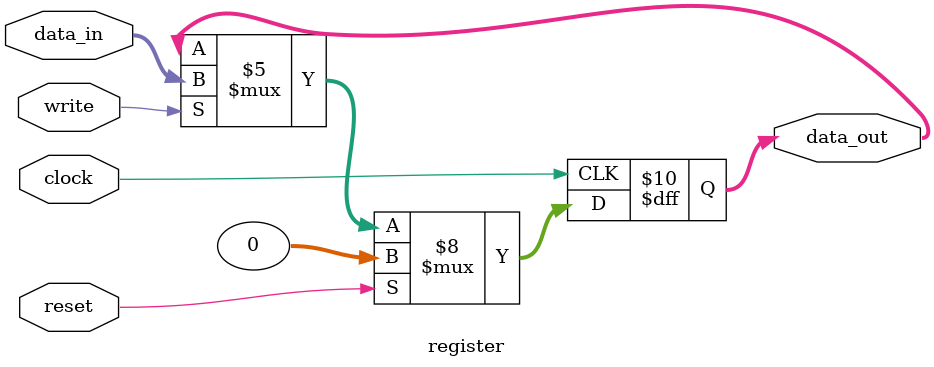
<source format=v>
 
module register(     
	// inputs
	input wire clock,     
	input wire reset,     
	input wire write,     
	input wire [31:0] data_in,  
	// output
	output reg [31:0] data_out
);  
	
	always @(posedge clock) begin         
		if (reset == 1'b1) begin             
			data_out <= 32'h0;         
		end else if (write == 1'b1) begin             
			data_out <= data_in;         
		end else begin             
			data_out <= data_out;         
		end     
	 end  
endmodule
</source>
